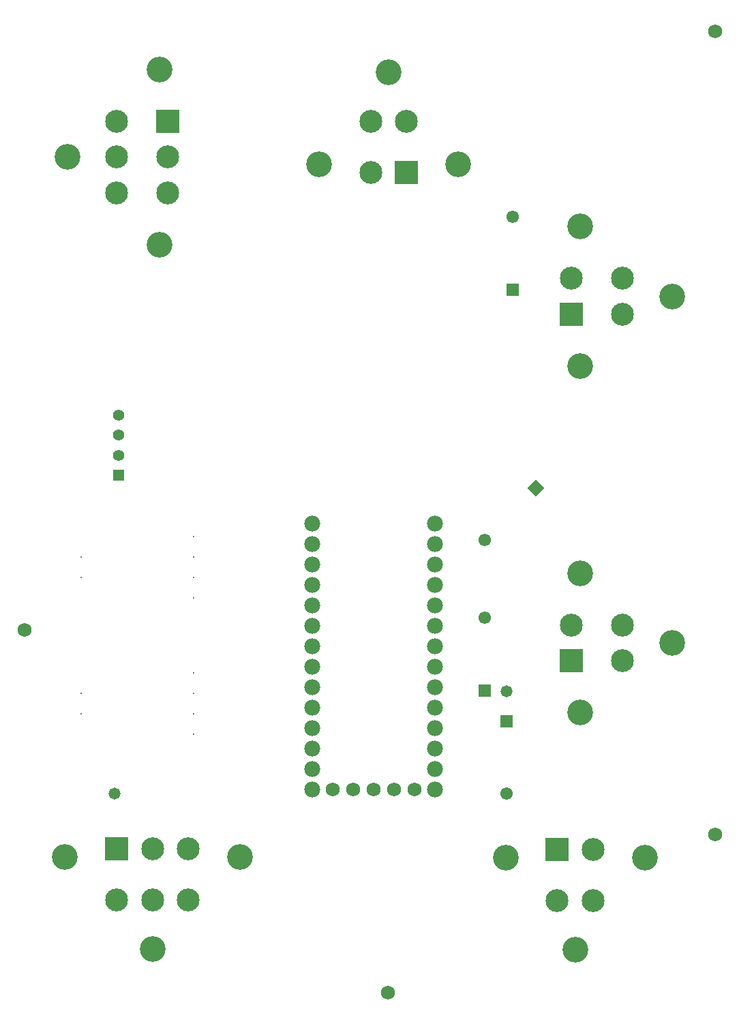
<source format=gbr>
%TF.GenerationSoftware,Altium Limited,Altium Designer,25.2.1 (25)*%
G04 Layer_Color=8388736*
%FSLAX45Y45*%
%MOMM*%
%TF.SameCoordinates,7DD24991-B9EC-4422-9666-2EE5E17A6B38*%
%TF.FilePolarity,Negative*%
%TF.FileFunction,Soldermask,Top*%
%TF.Part,Single*%
G01*
G75*
%TA.AperFunction,ComponentPad*%
%ADD20C,1.40000*%
%ADD21R,1.40000X1.40000*%
%ADD32P,2.19656X4X270.0*%
%ADD33C,1.55320*%
%ADD34C,3.19320*%
%ADD35C,2.84320*%
%ADD36R,2.84320X2.84320*%
%ADD37C,1.98120*%
%ADD38C,1.72720*%
%TA.AperFunction,ViaPad*%
%ADD39C,1.72720*%
%TA.AperFunction,ComponentPad*%
%ADD40R,2.84320X2.84320*%
%ADD41C,0.20320*%
%ADD42R,1.55320X1.55320*%
%TA.AperFunction,ViaPad*%
%ADD43C,1.47320*%
D20*
X1612900Y7618000D02*
D03*
Y7368000D02*
D03*
Y7118000D02*
D03*
D21*
Y6868000D02*
D03*
D32*
X6795198Y6706298D02*
D03*
D33*
X6158802Y6069902D02*
D03*
X6426200Y2915500D02*
D03*
X6502400Y10076600D02*
D03*
X6159500Y5098200D02*
D03*
D34*
X4965700Y11874500D02*
D03*
X5830700Y10731500D02*
D03*
X4100700D02*
D03*
X2032500Y990200D02*
D03*
X945500Y2133200D02*
D03*
X3119500D02*
D03*
X977900Y10821300D02*
D03*
X2120900Y11908300D02*
D03*
Y9734300D02*
D03*
X7283200Y977500D02*
D03*
X6418200Y2120500D02*
D03*
X8148200D02*
D03*
X8483600Y4787900D02*
D03*
X7340600Y3922900D02*
D03*
Y5652900D02*
D03*
X8483600Y9093200D02*
D03*
X7340600Y8228200D02*
D03*
Y9958200D02*
D03*
D35*
X5188200Y11264500D02*
D03*
X4743200D02*
D03*
Y10629500D02*
D03*
X1587500Y1600200D02*
D03*
X2477500D02*
D03*
X2032500Y2235200D02*
D03*
X2477500D02*
D03*
X2032500Y1600200D02*
D03*
X1587900Y11266300D02*
D03*
Y10376300D02*
D03*
X2222900Y10821300D02*
D03*
Y10376300D02*
D03*
X1587900Y10821300D02*
D03*
X7060700Y1587500D02*
D03*
X7505700D02*
D03*
Y2222500D02*
D03*
X7873600Y4565400D02*
D03*
Y5010400D02*
D03*
X7238600D02*
D03*
X7873600Y8870700D02*
D03*
Y9315700D02*
D03*
X7238600D02*
D03*
D36*
X5188200Y10629500D02*
D03*
X1587500Y2235200D02*
D03*
X7060700Y2222500D02*
D03*
D37*
X4013200Y2971800D02*
D03*
Y3225800D02*
D03*
Y3479800D02*
D03*
Y3733800D02*
D03*
Y3987800D02*
D03*
Y4241800D02*
D03*
Y4495800D02*
D03*
Y4749800D02*
D03*
Y5003800D02*
D03*
Y5257800D02*
D03*
Y5511800D02*
D03*
Y5765800D02*
D03*
Y6019800D02*
D03*
Y6273800D02*
D03*
X5537200Y2971800D02*
D03*
Y3225800D02*
D03*
Y3479800D02*
D03*
Y3733800D02*
D03*
Y3987800D02*
D03*
Y4241800D02*
D03*
Y4495800D02*
D03*
Y4749800D02*
D03*
Y5003800D02*
D03*
Y5257800D02*
D03*
Y5511800D02*
D03*
Y5765800D02*
D03*
Y6019800D02*
D03*
Y6273800D02*
D03*
D38*
X4267200Y2971800D02*
D03*
X4521200D02*
D03*
X4775200D02*
D03*
X5029200D02*
D03*
X5283200D02*
D03*
D39*
X444500Y4953000D02*
D03*
X9017000Y2413000D02*
D03*
X4953000Y444500D02*
D03*
X9017000Y12382500D02*
D03*
D40*
X2222900Y11266300D02*
D03*
X7238600Y4565400D02*
D03*
Y8870700D02*
D03*
D41*
X1143000Y4165600D02*
D03*
Y3911600D02*
D03*
X2540000Y3657600D02*
D03*
Y3911600D02*
D03*
Y4165600D02*
D03*
Y4419600D02*
D03*
X1143000Y5854700D02*
D03*
Y5600700D02*
D03*
X2540000Y5346700D02*
D03*
Y5600700D02*
D03*
Y5854700D02*
D03*
Y6108700D02*
D03*
D42*
X6426200Y3815500D02*
D03*
X6502400Y9176600D02*
D03*
X6159500Y4198200D02*
D03*
D43*
X6426200Y4191000D02*
D03*
X1562100Y2921000D02*
D03*
%TF.MD5,02b569f19d76602f647e79819372ee9e*%
M02*

</source>
